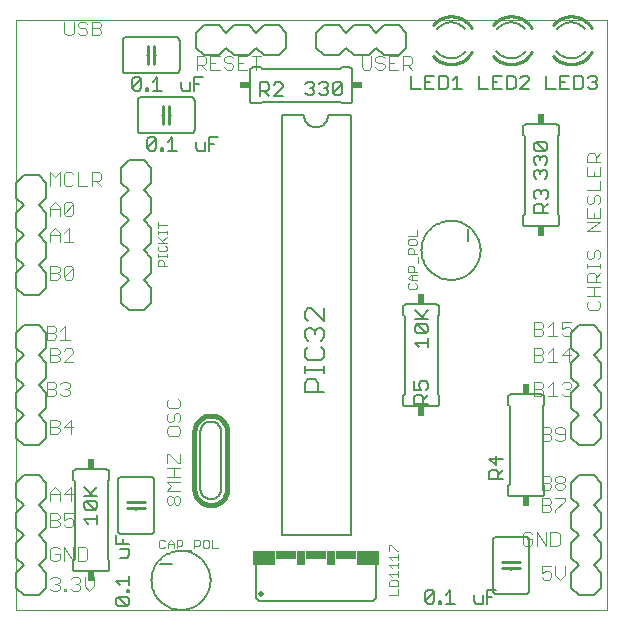
<source format=gto>
G75*
G70*
%OFA0B0*%
%FSLAX24Y24*%
%IPPOS*%
%LPD*%
%AMOC8*
5,1,8,0,0,1.08239X$1,22.5*
%
%ADD10C,0.0000*%
%ADD11C,0.0040*%
%ADD12C,0.0060*%
%ADD13C,0.0100*%
%ADD14C,0.0050*%
%ADD15R,0.0240X0.0340*%
%ADD16R,0.0340X0.0240*%
%ADD17C,0.0160*%
%ADD18C,0.0080*%
%ADD19C,0.0030*%
%ADD20C,0.0200*%
%ADD21R,0.0750X0.0500*%
%ADD22R,0.0700X0.0300*%
%ADD23R,0.0300X0.0500*%
D10*
X000615Y000181D02*
X000615Y019866D01*
X020300Y019866D01*
X020300Y000181D01*
X000615Y000181D01*
D11*
X001760Y000903D02*
X001836Y000826D01*
X001990Y000826D01*
X002067Y000903D01*
X002067Y000980D01*
X001990Y001057D01*
X001913Y001057D01*
X001990Y001057D02*
X002067Y001133D01*
X002067Y001210D01*
X001990Y001287D01*
X001836Y001287D01*
X001760Y001210D01*
X002220Y000903D02*
X002297Y000903D01*
X002297Y000826D01*
X002220Y000826D01*
X002220Y000903D01*
X002450Y000903D02*
X002527Y000826D01*
X002680Y000826D01*
X002757Y000903D01*
X002757Y000980D01*
X002680Y001057D01*
X002604Y001057D01*
X002680Y001057D02*
X002757Y001133D01*
X002757Y001210D01*
X002680Y001287D01*
X002527Y001287D01*
X002450Y001210D01*
X002911Y001287D02*
X002911Y000980D01*
X003064Y000826D01*
X003218Y000980D01*
X003218Y001287D01*
X002911Y001826D02*
X002681Y001826D01*
X002681Y002287D01*
X002911Y002287D01*
X002987Y002210D01*
X002987Y001903D01*
X002911Y001826D01*
X002527Y001826D02*
X002527Y002287D01*
X002220Y002287D02*
X002220Y001826D01*
X002067Y001903D02*
X002067Y002057D01*
X001913Y002057D01*
X001760Y002210D02*
X001760Y001903D01*
X001836Y001826D01*
X001990Y001826D01*
X002067Y001903D01*
X002067Y002210D02*
X001990Y002287D01*
X001836Y002287D01*
X001760Y002210D01*
X002220Y002287D02*
X002527Y001826D01*
X002450Y002951D02*
X002297Y002951D01*
X002220Y003028D01*
X002067Y003028D02*
X001990Y002951D01*
X001760Y002951D01*
X001760Y003412D01*
X001990Y003412D01*
X002067Y003335D01*
X002067Y003258D01*
X001990Y003182D01*
X001760Y003182D01*
X001990Y003182D02*
X002067Y003105D01*
X002067Y003028D01*
X002220Y003182D02*
X002374Y003258D01*
X002450Y003258D01*
X002527Y003182D01*
X002527Y003028D01*
X002450Y002951D01*
X002220Y003182D02*
X002220Y003412D01*
X002527Y003412D01*
X002450Y003826D02*
X002450Y004287D01*
X002220Y004057D01*
X002527Y004057D01*
X002067Y004057D02*
X001760Y004057D01*
X001760Y004133D02*
X001913Y004287D01*
X002067Y004133D01*
X002067Y003826D01*
X001760Y003826D02*
X001760Y004133D01*
X001760Y006076D02*
X001990Y006076D01*
X002067Y006153D01*
X002067Y006230D01*
X001990Y006307D01*
X001760Y006307D01*
X001760Y006537D02*
X001760Y006076D01*
X001990Y006307D02*
X002067Y006383D01*
X002067Y006460D01*
X001990Y006537D01*
X001760Y006537D01*
X002220Y006307D02*
X002527Y006307D01*
X002450Y006537D02*
X002450Y006076D01*
X002220Y006307D02*
X002450Y006537D01*
X002325Y007326D02*
X002172Y007326D01*
X002095Y007403D01*
X001942Y007403D02*
X001942Y007480D01*
X001865Y007557D01*
X001635Y007557D01*
X001635Y007787D02*
X001635Y007326D01*
X001865Y007326D01*
X001942Y007403D01*
X001865Y007557D02*
X001942Y007633D01*
X001942Y007710D01*
X001865Y007787D01*
X001635Y007787D01*
X002095Y007710D02*
X002172Y007787D01*
X002325Y007787D01*
X002402Y007710D01*
X002402Y007633D01*
X002325Y007557D01*
X002402Y007480D01*
X002402Y007403D01*
X002325Y007326D01*
X002325Y007557D02*
X002249Y007557D01*
X002220Y008451D02*
X002527Y008758D01*
X002527Y008835D01*
X002450Y008912D01*
X002297Y008912D01*
X002220Y008835D01*
X002067Y008835D02*
X002067Y008758D01*
X001990Y008682D01*
X001760Y008682D01*
X001760Y008912D02*
X001990Y008912D01*
X002067Y008835D01*
X001990Y008682D02*
X002067Y008605D01*
X002067Y008528D01*
X001990Y008451D01*
X001760Y008451D01*
X001760Y008912D01*
X001865Y009201D02*
X001635Y009201D01*
X001635Y009662D01*
X001865Y009662D01*
X001942Y009585D01*
X001942Y009508D01*
X001865Y009432D01*
X001635Y009432D01*
X001865Y009432D02*
X001942Y009355D01*
X001942Y009278D01*
X001865Y009201D01*
X002095Y009201D02*
X002402Y009201D01*
X002249Y009201D02*
X002249Y009662D01*
X002095Y009508D01*
X002220Y008451D02*
X002527Y008451D01*
X002450Y011201D02*
X002297Y011201D01*
X002220Y011278D01*
X002527Y011585D01*
X002527Y011278D01*
X002450Y011201D01*
X002220Y011278D02*
X002220Y011585D01*
X002297Y011662D01*
X002450Y011662D01*
X002527Y011585D01*
X002067Y011585D02*
X002067Y011508D01*
X001990Y011432D01*
X001760Y011432D01*
X001760Y011662D02*
X001760Y011201D01*
X001990Y011201D01*
X002067Y011278D01*
X002067Y011355D01*
X001990Y011432D01*
X002067Y011585D02*
X001990Y011662D01*
X001760Y011662D01*
X001760Y012451D02*
X001760Y012758D01*
X001913Y012912D01*
X002067Y012758D01*
X002067Y012451D01*
X002220Y012451D02*
X002527Y012451D01*
X002374Y012451D02*
X002374Y012912D01*
X002220Y012758D01*
X002067Y012682D02*
X001760Y012682D01*
X001760Y013326D02*
X001760Y013633D01*
X001913Y013787D01*
X002067Y013633D01*
X002067Y013326D01*
X002220Y013403D02*
X002527Y013710D01*
X002527Y013403D01*
X002450Y013326D01*
X002297Y013326D01*
X002220Y013403D01*
X002220Y013710D01*
X002297Y013787D01*
X002450Y013787D01*
X002527Y013710D01*
X002067Y013557D02*
X001760Y013557D01*
X001760Y014326D02*
X001760Y014787D01*
X001913Y014633D01*
X002067Y014787D01*
X002067Y014326D01*
X002220Y014403D02*
X002297Y014326D01*
X002450Y014326D01*
X002527Y014403D01*
X002681Y014326D02*
X002987Y014326D01*
X003141Y014326D02*
X003141Y014787D01*
X003371Y014787D01*
X003448Y014710D01*
X003448Y014557D01*
X003371Y014480D01*
X003141Y014480D01*
X003294Y014480D02*
X003448Y014326D01*
X002681Y014326D02*
X002681Y014787D01*
X002527Y014710D02*
X002450Y014787D01*
X002297Y014787D01*
X002220Y014710D01*
X002220Y014403D01*
X006635Y018201D02*
X006635Y018662D01*
X006865Y018662D01*
X006942Y018585D01*
X006942Y018432D01*
X006865Y018355D01*
X006635Y018355D01*
X006788Y018355D02*
X006942Y018201D01*
X007095Y018201D02*
X007402Y018201D01*
X007556Y018278D02*
X007632Y018201D01*
X007786Y018201D01*
X007862Y018278D01*
X007862Y018355D01*
X007786Y018432D01*
X007632Y018432D01*
X007556Y018508D01*
X007556Y018585D01*
X007632Y018662D01*
X007786Y018662D01*
X007862Y018585D01*
X008016Y018662D02*
X008016Y018201D01*
X008323Y018201D01*
X008169Y018432D02*
X008016Y018432D01*
X008016Y018662D02*
X008323Y018662D01*
X008476Y018662D02*
X008783Y018662D01*
X008630Y018662D02*
X008630Y018201D01*
X007402Y018662D02*
X007095Y018662D01*
X007095Y018201D01*
X007095Y018432D02*
X007249Y018432D01*
X003453Y019424D02*
X003376Y019347D01*
X003146Y019347D01*
X003146Y019807D01*
X003376Y019807D01*
X003453Y019731D01*
X003453Y019654D01*
X003376Y019577D01*
X003146Y019577D01*
X002993Y019501D02*
X002993Y019424D01*
X002916Y019347D01*
X002762Y019347D01*
X002686Y019424D01*
X002532Y019424D02*
X002532Y019807D01*
X002686Y019731D02*
X002686Y019654D01*
X002762Y019577D01*
X002916Y019577D01*
X002993Y019501D01*
X002993Y019731D02*
X002916Y019807D01*
X002762Y019807D01*
X002686Y019731D01*
X002532Y019424D02*
X002456Y019347D01*
X002302Y019347D01*
X002225Y019424D01*
X002225Y019807D01*
X003376Y019577D02*
X003453Y019501D01*
X003453Y019424D01*
X012135Y018662D02*
X012135Y018278D01*
X012211Y018201D01*
X012365Y018201D01*
X012442Y018278D01*
X012442Y018662D01*
X012595Y018585D02*
X012595Y018508D01*
X012672Y018432D01*
X012825Y018432D01*
X012902Y018355D01*
X012902Y018278D01*
X012825Y018201D01*
X012672Y018201D01*
X012595Y018278D01*
X012595Y018585D02*
X012672Y018662D01*
X012825Y018662D01*
X012902Y018585D01*
X013056Y018662D02*
X013056Y018201D01*
X013362Y018201D01*
X013516Y018201D02*
X013516Y018662D01*
X013746Y018662D01*
X013823Y018585D01*
X013823Y018432D01*
X013746Y018355D01*
X013516Y018355D01*
X013669Y018355D02*
X013823Y018201D01*
X013362Y018662D02*
X013056Y018662D01*
X013056Y018432D02*
X013209Y018432D01*
X019634Y015342D02*
X019634Y015112D01*
X020095Y015112D01*
X019941Y015112D02*
X019941Y015342D01*
X019865Y015419D01*
X019711Y015419D01*
X019634Y015342D01*
X019941Y015265D02*
X020095Y015419D01*
X020095Y014958D02*
X020095Y014651D01*
X019634Y014651D01*
X019634Y014958D01*
X019865Y014805D02*
X019865Y014651D01*
X020095Y014498D02*
X020095Y014191D01*
X019634Y014191D01*
X019711Y014038D02*
X019634Y013961D01*
X019634Y013807D01*
X019711Y013731D01*
X019788Y013731D01*
X019865Y013807D01*
X019865Y013961D01*
X019941Y014038D01*
X020018Y014038D01*
X020095Y013961D01*
X020095Y013807D01*
X020018Y013731D01*
X020095Y013577D02*
X020095Y013270D01*
X019634Y013270D01*
X019634Y013577D01*
X019865Y013424D02*
X019865Y013270D01*
X020095Y013117D02*
X019634Y013117D01*
X019634Y012810D02*
X020095Y013117D01*
X020095Y012810D02*
X019634Y012810D01*
X019711Y012196D02*
X019634Y012120D01*
X019634Y011966D01*
X019711Y011889D01*
X019788Y011889D01*
X019865Y011966D01*
X019865Y012120D01*
X019941Y012196D01*
X020018Y012196D01*
X020095Y012120D01*
X020095Y011966D01*
X020018Y011889D01*
X020095Y011736D02*
X020095Y011582D01*
X020095Y011659D02*
X019634Y011659D01*
X019634Y011582D02*
X019634Y011736D01*
X019711Y011429D02*
X019865Y011429D01*
X019941Y011352D01*
X019941Y011122D01*
X019941Y011276D02*
X020095Y011429D01*
X020095Y011122D02*
X019634Y011122D01*
X019634Y011352D01*
X019711Y011429D01*
X019634Y010969D02*
X020095Y010969D01*
X019865Y010969D02*
X019865Y010662D01*
X020018Y010508D02*
X020095Y010432D01*
X020095Y010278D01*
X020018Y010201D01*
X019711Y010201D01*
X019634Y010278D01*
X019634Y010432D01*
X019711Y010508D01*
X019634Y010662D02*
X020095Y010662D01*
X019112Y009787D02*
X018806Y009787D01*
X018806Y009557D01*
X018959Y009633D01*
X019036Y009633D01*
X019112Y009557D01*
X019112Y009403D01*
X019036Y009326D01*
X018882Y009326D01*
X018806Y009403D01*
X018652Y009326D02*
X018345Y009326D01*
X018499Y009326D02*
X018499Y009787D01*
X018345Y009633D01*
X018192Y009633D02*
X018115Y009557D01*
X017885Y009557D01*
X017885Y009787D02*
X017885Y009326D01*
X018115Y009326D01*
X018192Y009403D01*
X018192Y009480D01*
X018115Y009557D01*
X018192Y009633D02*
X018192Y009710D01*
X018115Y009787D01*
X017885Y009787D01*
X017885Y008912D02*
X018115Y008912D01*
X018192Y008835D01*
X018192Y008758D01*
X018115Y008682D01*
X017885Y008682D01*
X017885Y008912D02*
X017885Y008451D01*
X018115Y008451D01*
X018192Y008528D01*
X018192Y008605D01*
X018115Y008682D01*
X018345Y008758D02*
X018499Y008912D01*
X018499Y008451D01*
X018652Y008451D02*
X018345Y008451D01*
X018806Y008682D02*
X019112Y008682D01*
X019036Y008912D02*
X018806Y008682D01*
X019036Y008451D02*
X019036Y008912D01*
X019036Y007787D02*
X018882Y007787D01*
X018806Y007710D01*
X018959Y007557D02*
X019036Y007557D01*
X019112Y007480D01*
X019112Y007403D01*
X019036Y007326D01*
X018882Y007326D01*
X018806Y007403D01*
X018652Y007326D02*
X018345Y007326D01*
X018499Y007326D02*
X018499Y007787D01*
X018345Y007633D01*
X018192Y007633D02*
X018115Y007557D01*
X017885Y007557D01*
X017885Y007787D02*
X017885Y007326D01*
X018115Y007326D01*
X018192Y007403D01*
X018192Y007480D01*
X018115Y007557D01*
X018192Y007633D02*
X018192Y007710D01*
X018115Y007787D01*
X017885Y007787D01*
X019036Y007787D02*
X019112Y007710D01*
X019112Y007633D01*
X019036Y007557D01*
X018825Y006287D02*
X018672Y006287D01*
X018595Y006210D01*
X018595Y006133D01*
X018672Y006057D01*
X018902Y006057D01*
X018902Y006210D02*
X018825Y006287D01*
X018902Y006210D02*
X018902Y005903D01*
X018825Y005826D01*
X018672Y005826D01*
X018595Y005903D01*
X018442Y005903D02*
X018365Y005826D01*
X018135Y005826D01*
X018135Y006287D01*
X018365Y006287D01*
X018442Y006210D01*
X018442Y006133D01*
X018365Y006057D01*
X018135Y006057D01*
X018365Y006057D02*
X018442Y005980D01*
X018442Y005903D01*
X018365Y004662D02*
X018135Y004662D01*
X018135Y004201D01*
X018365Y004201D01*
X018442Y004278D01*
X018442Y004355D01*
X018365Y004432D01*
X018135Y004432D01*
X018365Y004432D02*
X018442Y004508D01*
X018442Y004585D01*
X018365Y004662D01*
X018595Y004585D02*
X018595Y004508D01*
X018672Y004432D01*
X018825Y004432D01*
X018902Y004355D01*
X018902Y004278D01*
X018825Y004201D01*
X018672Y004201D01*
X018595Y004278D01*
X018595Y004355D01*
X018672Y004432D01*
X018825Y004432D02*
X018902Y004508D01*
X018902Y004585D01*
X018825Y004662D01*
X018672Y004662D01*
X018595Y004585D01*
X018595Y003912D02*
X018902Y003912D01*
X018902Y003835D01*
X018595Y003528D01*
X018595Y003451D01*
X018442Y003528D02*
X018365Y003451D01*
X018135Y003451D01*
X018135Y003912D01*
X018365Y003912D01*
X018442Y003835D01*
X018442Y003758D01*
X018365Y003682D01*
X018135Y003682D01*
X018365Y003682D02*
X018442Y003605D01*
X018442Y003528D01*
X018431Y002787D02*
X018661Y002787D01*
X018737Y002710D01*
X018737Y002403D01*
X018661Y002326D01*
X018431Y002326D01*
X018431Y002787D01*
X018277Y002787D02*
X018277Y002326D01*
X017970Y002787D01*
X017970Y002326D01*
X017817Y002403D02*
X017817Y002557D01*
X017663Y002557D01*
X017510Y002710D02*
X017510Y002403D01*
X017586Y002326D01*
X017740Y002326D01*
X017817Y002403D01*
X017817Y002710D02*
X017740Y002787D01*
X017586Y002787D01*
X017510Y002710D01*
X018135Y001662D02*
X018135Y001432D01*
X018288Y001508D01*
X018365Y001508D01*
X018442Y001432D01*
X018442Y001278D01*
X018365Y001201D01*
X018211Y001201D01*
X018135Y001278D01*
X018135Y001662D02*
X018442Y001662D01*
X018595Y001662D02*
X018595Y001355D01*
X018749Y001201D01*
X018902Y001355D01*
X018902Y001662D01*
X006095Y003778D02*
X006018Y003701D01*
X005941Y003701D01*
X005865Y003778D01*
X005865Y003932D01*
X005941Y004008D01*
X006018Y004008D01*
X006095Y003932D01*
X006095Y003778D01*
X005865Y003778D02*
X005788Y003701D01*
X005711Y003701D01*
X005634Y003778D01*
X005634Y003932D01*
X005711Y004008D01*
X005788Y004008D01*
X005865Y003932D01*
X006095Y004162D02*
X005634Y004162D01*
X005788Y004315D01*
X005634Y004469D01*
X006095Y004469D01*
X006095Y004622D02*
X005634Y004622D01*
X005865Y004622D02*
X005865Y004929D01*
X006018Y005082D02*
X006095Y005082D01*
X006095Y005389D01*
X006018Y005082D02*
X005711Y005389D01*
X005634Y005389D01*
X005634Y005082D01*
X005634Y004929D02*
X006095Y004929D01*
X006018Y006003D02*
X005711Y006003D01*
X005634Y006080D01*
X005634Y006233D01*
X005711Y006310D01*
X006018Y006310D01*
X006095Y006233D01*
X006095Y006080D01*
X006018Y006003D01*
X006018Y006464D02*
X006095Y006540D01*
X006095Y006694D01*
X006018Y006770D01*
X005941Y006770D01*
X005865Y006694D01*
X005865Y006540D01*
X005788Y006464D01*
X005711Y006464D01*
X005634Y006540D01*
X005634Y006694D01*
X005711Y006770D01*
X005711Y006924D02*
X006018Y006924D01*
X006095Y007001D01*
X006095Y007154D01*
X006018Y007231D01*
X005711Y007231D02*
X005634Y007154D01*
X005634Y007001D01*
X005711Y006924D01*
D12*
X006759Y006125D02*
X006759Y004228D01*
X006761Y004192D01*
X006768Y004156D01*
X006777Y004121D01*
X006791Y004088D01*
X006808Y004056D01*
X006828Y004026D01*
X006851Y003998D01*
X006877Y003973D01*
X006906Y003950D01*
X006936Y003931D01*
X006969Y003915D01*
X007003Y003902D01*
X007038Y003894D01*
X007074Y003888D01*
X007110Y003887D01*
X007146Y003889D01*
X007182Y003896D01*
X007217Y003905D01*
X007250Y003919D01*
X007282Y003936D01*
X007312Y003956D01*
X007340Y003979D01*
X007365Y004005D01*
X007388Y004034D01*
X007407Y004064D01*
X007423Y004097D01*
X007436Y004131D01*
X007444Y004166D01*
X007450Y004202D01*
X007451Y004238D01*
X007451Y006135D01*
X007449Y006171D01*
X007442Y006207D01*
X007433Y006242D01*
X007419Y006275D01*
X007402Y006307D01*
X007382Y006337D01*
X007359Y006365D01*
X007333Y006390D01*
X007304Y006413D01*
X007274Y006432D01*
X007241Y006448D01*
X007207Y006461D01*
X007172Y006469D01*
X007136Y006475D01*
X007100Y006476D01*
X007064Y006474D01*
X007028Y006467D01*
X006993Y006458D01*
X006960Y006444D01*
X006928Y006427D01*
X006898Y006407D01*
X006870Y006384D01*
X006845Y006358D01*
X006822Y006329D01*
X006803Y006299D01*
X006787Y006266D01*
X006774Y006232D01*
X006766Y006197D01*
X006760Y006161D01*
X006759Y006125D01*
X005215Y004531D02*
X005215Y002831D01*
X005213Y002814D01*
X005209Y002797D01*
X005202Y002781D01*
X005192Y002767D01*
X005179Y002754D01*
X005165Y002744D01*
X005149Y002737D01*
X005132Y002733D01*
X005115Y002731D01*
X004115Y002731D01*
X004098Y002733D01*
X004081Y002737D01*
X004065Y002744D01*
X004051Y002754D01*
X004038Y002767D01*
X004028Y002781D01*
X004021Y002797D01*
X004017Y002814D01*
X004015Y002831D01*
X004015Y004531D01*
X004017Y004548D01*
X004021Y004565D01*
X004028Y004581D01*
X004038Y004595D01*
X004051Y004608D01*
X004065Y004618D01*
X004081Y004625D01*
X004098Y004629D01*
X004115Y004631D01*
X005115Y004631D01*
X005132Y004629D01*
X005149Y004625D01*
X005165Y004618D01*
X005179Y004608D01*
X005192Y004595D01*
X005202Y004581D01*
X005209Y004565D01*
X005213Y004548D01*
X005215Y004531D01*
X004615Y003831D02*
X004615Y003781D01*
X004615Y003581D02*
X004615Y003531D01*
X003665Y004481D02*
X003665Y001881D01*
X003715Y001831D01*
X003715Y001581D01*
X003713Y001564D01*
X003709Y001547D01*
X003702Y001531D01*
X003692Y001517D01*
X003679Y001504D01*
X003665Y001494D01*
X003649Y001487D01*
X003632Y001483D01*
X003615Y001481D01*
X002615Y001481D01*
X002598Y001483D01*
X002581Y001487D01*
X002565Y001494D01*
X002551Y001504D01*
X002538Y001517D01*
X002528Y001531D01*
X002521Y001547D01*
X002517Y001564D01*
X002515Y001581D01*
X002515Y001831D01*
X002565Y001881D01*
X002565Y004481D01*
X002515Y004531D01*
X002515Y004781D01*
X002517Y004798D01*
X002521Y004815D01*
X002528Y004831D01*
X002538Y004845D01*
X002551Y004858D01*
X002565Y004868D01*
X002581Y004875D01*
X002598Y004879D01*
X002615Y004881D01*
X003615Y004881D01*
X003632Y004879D01*
X003649Y004875D01*
X003665Y004868D01*
X003679Y004858D01*
X003692Y004845D01*
X003702Y004831D01*
X003709Y004815D01*
X003713Y004798D01*
X003715Y004781D01*
X003715Y004531D01*
X003665Y004481D01*
X008615Y001731D02*
X008615Y000581D01*
X008715Y000481D01*
X012515Y000481D01*
X012615Y000581D01*
X012615Y001731D01*
X011765Y002681D02*
X009465Y002681D01*
X009465Y016681D01*
X010215Y016681D01*
X010217Y016642D01*
X010223Y016603D01*
X010232Y016565D01*
X010245Y016528D01*
X010262Y016492D01*
X010282Y016459D01*
X010306Y016427D01*
X010332Y016398D01*
X010361Y016372D01*
X010393Y016348D01*
X010426Y016328D01*
X010462Y016311D01*
X010499Y016298D01*
X010537Y016289D01*
X010576Y016283D01*
X010615Y016281D01*
X010654Y016283D01*
X010693Y016289D01*
X010731Y016298D01*
X010768Y016311D01*
X010804Y016328D01*
X010837Y016348D01*
X010869Y016372D01*
X010898Y016398D01*
X010924Y016427D01*
X010948Y016459D01*
X010968Y016492D01*
X010985Y016528D01*
X010998Y016565D01*
X011007Y016603D01*
X011013Y016642D01*
X011015Y016681D01*
X011765Y016681D01*
X011765Y002681D01*
X013615Y006981D02*
X014615Y006981D01*
X014632Y006983D01*
X014649Y006987D01*
X014665Y006994D01*
X014679Y007004D01*
X014692Y007017D01*
X014702Y007031D01*
X014709Y007047D01*
X014713Y007064D01*
X014715Y007081D01*
X014715Y007331D01*
X014665Y007381D01*
X014665Y009981D01*
X014715Y010031D01*
X014715Y010281D01*
X014713Y010298D01*
X014709Y010315D01*
X014702Y010331D01*
X014692Y010345D01*
X014679Y010358D01*
X014665Y010368D01*
X014649Y010375D01*
X014632Y010379D01*
X014615Y010381D01*
X013615Y010381D01*
X013598Y010379D01*
X013581Y010375D01*
X013565Y010368D01*
X013551Y010358D01*
X013538Y010345D01*
X013528Y010331D01*
X013521Y010315D01*
X013517Y010298D01*
X013515Y010281D01*
X013515Y010031D01*
X013565Y009981D01*
X013565Y007381D01*
X013515Y007331D01*
X013515Y007081D01*
X013517Y007064D01*
X013521Y007047D01*
X013528Y007031D01*
X013538Y007017D01*
X013551Y007004D01*
X013565Y006994D01*
X013581Y006987D01*
X013598Y006983D01*
X013615Y006981D01*
X010885Y007454D02*
X010244Y007454D01*
X010244Y007774D01*
X010351Y007881D01*
X010565Y007881D01*
X010671Y007774D01*
X010671Y007454D01*
X010885Y008098D02*
X010885Y008312D01*
X010885Y008205D02*
X010244Y008205D01*
X010244Y008098D02*
X010244Y008312D01*
X010351Y008528D02*
X010778Y008528D01*
X010885Y008634D01*
X010885Y008848D01*
X010778Y008955D01*
X010778Y009172D02*
X010885Y009279D01*
X010885Y009493D01*
X010778Y009599D01*
X010671Y009599D01*
X010565Y009493D01*
X010565Y009386D01*
X010565Y009493D02*
X010458Y009599D01*
X010351Y009599D01*
X010244Y009493D01*
X010244Y009279D01*
X010351Y009172D01*
X010351Y008955D02*
X010244Y008848D01*
X010244Y008634D01*
X010351Y008528D01*
X010351Y009817D02*
X010244Y009924D01*
X010244Y010137D01*
X010351Y010244D01*
X010458Y010244D01*
X010885Y009817D01*
X010885Y010244D01*
X006465Y016081D02*
X004765Y016081D01*
X004748Y016083D01*
X004731Y016087D01*
X004715Y016094D01*
X004701Y016104D01*
X004688Y016117D01*
X004678Y016131D01*
X004671Y016147D01*
X004667Y016164D01*
X004665Y016181D01*
X004665Y017181D01*
X004667Y017198D01*
X004671Y017215D01*
X004678Y017231D01*
X004688Y017245D01*
X004701Y017258D01*
X004715Y017268D01*
X004731Y017275D01*
X004748Y017279D01*
X004765Y017281D01*
X006465Y017281D01*
X006482Y017279D01*
X006499Y017275D01*
X006515Y017268D01*
X006529Y017258D01*
X006542Y017245D01*
X006552Y017231D01*
X006559Y017215D01*
X006563Y017198D01*
X006565Y017181D01*
X006565Y016181D01*
X006563Y016164D01*
X006559Y016147D01*
X006552Y016131D01*
X006542Y016117D01*
X006529Y016104D01*
X006515Y016094D01*
X006499Y016087D01*
X006482Y016083D01*
X006465Y016081D01*
X005765Y016681D02*
X005715Y016681D01*
X005515Y016681D02*
X005465Y016681D01*
X005965Y018081D02*
X004265Y018081D01*
X004248Y018083D01*
X004231Y018087D01*
X004215Y018094D01*
X004201Y018104D01*
X004188Y018117D01*
X004178Y018131D01*
X004171Y018147D01*
X004167Y018164D01*
X004165Y018181D01*
X004165Y019181D01*
X004167Y019198D01*
X004171Y019215D01*
X004178Y019231D01*
X004188Y019245D01*
X004201Y019258D01*
X004215Y019268D01*
X004231Y019275D01*
X004248Y019279D01*
X004265Y019281D01*
X005965Y019281D01*
X005982Y019279D01*
X005999Y019275D01*
X006015Y019268D01*
X006029Y019258D01*
X006042Y019245D01*
X006052Y019231D01*
X006059Y019215D01*
X006063Y019198D01*
X006065Y019181D01*
X006065Y018181D01*
X006063Y018164D01*
X006059Y018147D01*
X006052Y018131D01*
X006042Y018117D01*
X006029Y018104D01*
X006015Y018094D01*
X005999Y018087D01*
X005982Y018083D01*
X005965Y018081D01*
X005265Y018681D02*
X005215Y018681D01*
X005015Y018681D02*
X004965Y018681D01*
X008415Y018181D02*
X008415Y017181D01*
X008417Y017164D01*
X008421Y017147D01*
X008428Y017131D01*
X008438Y017117D01*
X008451Y017104D01*
X008465Y017094D01*
X008481Y017087D01*
X008498Y017083D01*
X008515Y017081D01*
X008765Y017081D01*
X008815Y017131D01*
X011415Y017131D01*
X011465Y017081D01*
X011715Y017081D01*
X011732Y017083D01*
X011749Y017087D01*
X011765Y017094D01*
X011779Y017104D01*
X011792Y017117D01*
X011802Y017131D01*
X011809Y017147D01*
X011813Y017164D01*
X011815Y017181D01*
X011815Y018181D01*
X011813Y018198D01*
X011809Y018215D01*
X011802Y018231D01*
X011792Y018245D01*
X011779Y018258D01*
X011765Y018268D01*
X011749Y018275D01*
X011732Y018279D01*
X011715Y018281D01*
X011465Y018281D01*
X011415Y018231D01*
X008815Y018231D01*
X008765Y018281D01*
X008515Y018281D01*
X008498Y018279D01*
X008481Y018275D01*
X008465Y018268D01*
X008451Y018258D01*
X008438Y018245D01*
X008428Y018231D01*
X008421Y018215D01*
X008417Y018198D01*
X008415Y018181D01*
X015115Y019781D02*
X015160Y019779D01*
X015206Y019774D01*
X015250Y019766D01*
X015294Y019754D01*
X015337Y019738D01*
X015379Y019720D01*
X015419Y019698D01*
X015457Y019674D01*
X015493Y019647D01*
X015528Y019617D01*
X015559Y019584D01*
X015589Y019549D01*
X015115Y019781D02*
X015070Y019779D01*
X015024Y019774D01*
X014980Y019766D01*
X014936Y019754D01*
X014893Y019738D01*
X014851Y019720D01*
X014811Y019698D01*
X014773Y019674D01*
X014737Y019647D01*
X014702Y019617D01*
X014671Y019584D01*
X014641Y019549D01*
X015115Y018581D02*
X015161Y018583D01*
X015207Y018588D01*
X015253Y018597D01*
X015298Y018609D01*
X015341Y018625D01*
X015383Y018644D01*
X015424Y018667D01*
X015463Y018692D01*
X015499Y018720D01*
X015534Y018751D01*
X015566Y018785D01*
X015595Y018821D01*
X015115Y018581D02*
X015068Y018583D01*
X015020Y018589D01*
X014974Y018598D01*
X014928Y018611D01*
X014884Y018627D01*
X014840Y018647D01*
X014799Y018671D01*
X014760Y018697D01*
X014723Y018727D01*
X014688Y018760D01*
X014656Y018795D01*
X014627Y018832D01*
X017115Y019781D02*
X017160Y019779D01*
X017206Y019774D01*
X017250Y019766D01*
X017294Y019754D01*
X017337Y019738D01*
X017379Y019720D01*
X017419Y019698D01*
X017457Y019674D01*
X017493Y019647D01*
X017528Y019617D01*
X017559Y019584D01*
X017589Y019549D01*
X017115Y019781D02*
X017070Y019779D01*
X017024Y019774D01*
X016980Y019766D01*
X016936Y019754D01*
X016893Y019738D01*
X016851Y019720D01*
X016811Y019698D01*
X016773Y019674D01*
X016737Y019647D01*
X016702Y019617D01*
X016671Y019584D01*
X016641Y019549D01*
X017115Y018581D02*
X017161Y018583D01*
X017207Y018588D01*
X017253Y018597D01*
X017298Y018609D01*
X017341Y018625D01*
X017383Y018644D01*
X017424Y018667D01*
X017463Y018692D01*
X017499Y018720D01*
X017534Y018751D01*
X017566Y018785D01*
X017595Y018821D01*
X017115Y018581D02*
X017068Y018583D01*
X017020Y018589D01*
X016974Y018598D01*
X016928Y018611D01*
X016884Y018627D01*
X016840Y018647D01*
X016799Y018671D01*
X016760Y018697D01*
X016723Y018727D01*
X016688Y018760D01*
X016656Y018795D01*
X016627Y018832D01*
X019115Y019781D02*
X019160Y019779D01*
X019206Y019774D01*
X019250Y019766D01*
X019294Y019754D01*
X019337Y019738D01*
X019379Y019720D01*
X019419Y019698D01*
X019457Y019674D01*
X019493Y019647D01*
X019528Y019617D01*
X019559Y019584D01*
X019589Y019549D01*
X019115Y019781D02*
X019070Y019779D01*
X019024Y019774D01*
X018980Y019766D01*
X018936Y019754D01*
X018893Y019738D01*
X018851Y019720D01*
X018811Y019698D01*
X018773Y019674D01*
X018737Y019647D01*
X018702Y019617D01*
X018671Y019584D01*
X018641Y019549D01*
X019115Y018581D02*
X019161Y018583D01*
X019207Y018588D01*
X019253Y018597D01*
X019298Y018609D01*
X019341Y018625D01*
X019383Y018644D01*
X019424Y018667D01*
X019463Y018692D01*
X019499Y018720D01*
X019534Y018751D01*
X019566Y018785D01*
X019595Y018821D01*
X019115Y018581D02*
X019068Y018583D01*
X019020Y018589D01*
X018974Y018598D01*
X018928Y018611D01*
X018884Y018627D01*
X018840Y018647D01*
X018799Y018671D01*
X018760Y018697D01*
X018723Y018727D01*
X018688Y018760D01*
X018656Y018795D01*
X018627Y018832D01*
X018615Y016381D02*
X017615Y016381D01*
X017598Y016379D01*
X017581Y016375D01*
X017565Y016368D01*
X017551Y016358D01*
X017538Y016345D01*
X017528Y016331D01*
X017521Y016315D01*
X017517Y016298D01*
X017515Y016281D01*
X017515Y016031D01*
X017565Y015981D01*
X017565Y013381D01*
X017515Y013331D01*
X017515Y013081D01*
X017517Y013064D01*
X017521Y013047D01*
X017528Y013031D01*
X017538Y013017D01*
X017551Y013004D01*
X017565Y012994D01*
X017581Y012987D01*
X017598Y012983D01*
X017615Y012981D01*
X018615Y012981D01*
X018632Y012983D01*
X018649Y012987D01*
X018665Y012994D01*
X018679Y013004D01*
X018692Y013017D01*
X018702Y013031D01*
X018709Y013047D01*
X018713Y013064D01*
X018715Y013081D01*
X018715Y013331D01*
X018665Y013381D01*
X018665Y015981D01*
X018715Y016031D01*
X018715Y016281D01*
X018713Y016298D01*
X018709Y016315D01*
X018702Y016331D01*
X018692Y016345D01*
X018679Y016358D01*
X018665Y016368D01*
X018649Y016375D01*
X018632Y016379D01*
X018615Y016381D01*
X018115Y007381D02*
X017115Y007381D01*
X017098Y007379D01*
X017081Y007375D01*
X017065Y007368D01*
X017051Y007358D01*
X017038Y007345D01*
X017028Y007331D01*
X017021Y007315D01*
X017017Y007298D01*
X017015Y007281D01*
X017015Y007031D01*
X017065Y006981D01*
X017065Y004381D01*
X017015Y004331D01*
X017015Y004081D01*
X017017Y004064D01*
X017021Y004047D01*
X017028Y004031D01*
X017038Y004017D01*
X017051Y004004D01*
X017065Y003994D01*
X017081Y003987D01*
X017098Y003983D01*
X017115Y003981D01*
X018115Y003981D01*
X018132Y003983D01*
X018149Y003987D01*
X018165Y003994D01*
X018179Y004004D01*
X018192Y004017D01*
X018202Y004031D01*
X018209Y004047D01*
X018213Y004064D01*
X018215Y004081D01*
X018215Y004331D01*
X018165Y004381D01*
X018165Y006981D01*
X018215Y007031D01*
X018215Y007281D01*
X018213Y007298D01*
X018209Y007315D01*
X018202Y007331D01*
X018192Y007345D01*
X018179Y007358D01*
X018165Y007368D01*
X018149Y007375D01*
X018132Y007379D01*
X018115Y007381D01*
X017615Y002631D02*
X016615Y002631D01*
X016598Y002629D01*
X016581Y002625D01*
X016565Y002618D01*
X016551Y002608D01*
X016538Y002595D01*
X016528Y002581D01*
X016521Y002565D01*
X016517Y002548D01*
X016515Y002531D01*
X016515Y000831D01*
X016517Y000814D01*
X016521Y000797D01*
X016528Y000781D01*
X016538Y000767D01*
X016551Y000754D01*
X016565Y000744D01*
X016581Y000737D01*
X016598Y000733D01*
X016615Y000731D01*
X017615Y000731D01*
X017632Y000733D01*
X017649Y000737D01*
X017665Y000744D01*
X017679Y000754D01*
X017692Y000767D01*
X017702Y000781D01*
X017709Y000797D01*
X017713Y000814D01*
X017715Y000831D01*
X017715Y002531D01*
X017713Y002548D01*
X017709Y002565D01*
X017702Y002581D01*
X017692Y002595D01*
X017679Y002608D01*
X017665Y002618D01*
X017649Y002625D01*
X017632Y002629D01*
X017615Y002631D01*
X017115Y001831D02*
X017115Y001781D01*
X017115Y001581D02*
X017115Y001531D01*
D13*
X017115Y001581D02*
X017415Y001581D01*
X017415Y001781D02*
X017115Y001781D01*
X016815Y001781D01*
X016815Y001581D02*
X017115Y001581D01*
X004915Y003581D02*
X004615Y003581D01*
X004315Y003581D01*
X004315Y003781D02*
X004615Y003781D01*
X004915Y003781D01*
X005515Y016381D02*
X005515Y016681D01*
X005515Y016981D01*
X005715Y016981D02*
X005715Y016681D01*
X005715Y016381D01*
X005215Y018381D02*
X005215Y018681D01*
X005215Y018981D01*
X005015Y018981D02*
X005015Y018681D01*
X005015Y018381D01*
X015115Y018381D02*
X015169Y018383D01*
X015223Y018388D01*
X015276Y018397D01*
X015329Y018410D01*
X015380Y018426D01*
X015430Y018446D01*
X015479Y018469D01*
X015527Y018495D01*
X015572Y018524D01*
X015615Y018557D01*
X015656Y018592D01*
X015695Y018630D01*
X015731Y018670D01*
X015764Y018713D01*
X015794Y018758D01*
X015821Y018805D01*
X015810Y019578D02*
X015780Y019626D01*
X015747Y019671D01*
X015711Y019714D01*
X015673Y019755D01*
X015631Y019792D01*
X015587Y019827D01*
X015541Y019858D01*
X015492Y019887D01*
X015442Y019911D01*
X015390Y019932D01*
X015336Y019950D01*
X015282Y019963D01*
X015227Y019973D01*
X015171Y019979D01*
X015115Y019981D01*
X015062Y019979D01*
X015008Y019974D01*
X014956Y019965D01*
X014904Y019953D01*
X014853Y019937D01*
X014803Y019918D01*
X014754Y019895D01*
X014707Y019869D01*
X014662Y019841D01*
X014619Y019809D01*
X014579Y019775D01*
X014540Y019737D01*
X014504Y019698D01*
X014500Y018669D02*
X014536Y018629D01*
X014575Y018591D01*
X014616Y018556D01*
X014659Y018524D01*
X014704Y018494D01*
X014751Y018468D01*
X014800Y018446D01*
X014851Y018426D01*
X014902Y018410D01*
X014954Y018397D01*
X015008Y018388D01*
X015061Y018383D01*
X015115Y018381D01*
X017115Y018381D02*
X017169Y018383D01*
X017223Y018388D01*
X017276Y018397D01*
X017329Y018410D01*
X017380Y018426D01*
X017430Y018446D01*
X017479Y018469D01*
X017527Y018495D01*
X017572Y018524D01*
X017615Y018557D01*
X017656Y018592D01*
X017695Y018630D01*
X017731Y018670D01*
X017764Y018713D01*
X017794Y018758D01*
X017821Y018805D01*
X017810Y019578D02*
X017780Y019626D01*
X017747Y019671D01*
X017711Y019714D01*
X017673Y019755D01*
X017631Y019792D01*
X017587Y019827D01*
X017541Y019858D01*
X017492Y019887D01*
X017442Y019911D01*
X017390Y019932D01*
X017336Y019950D01*
X017282Y019963D01*
X017227Y019973D01*
X017171Y019979D01*
X017115Y019981D01*
X017062Y019979D01*
X017008Y019974D01*
X016956Y019965D01*
X016904Y019953D01*
X016853Y019937D01*
X016803Y019918D01*
X016754Y019895D01*
X016707Y019869D01*
X016662Y019841D01*
X016619Y019809D01*
X016579Y019775D01*
X016540Y019737D01*
X016504Y019698D01*
X016500Y018669D02*
X016536Y018629D01*
X016575Y018591D01*
X016616Y018556D01*
X016659Y018524D01*
X016704Y018494D01*
X016751Y018468D01*
X016800Y018446D01*
X016851Y018426D01*
X016902Y018410D01*
X016954Y018397D01*
X017008Y018388D01*
X017061Y018383D01*
X017115Y018381D01*
X019115Y018381D02*
X019169Y018383D01*
X019223Y018388D01*
X019276Y018397D01*
X019329Y018410D01*
X019380Y018426D01*
X019430Y018446D01*
X019479Y018469D01*
X019527Y018495D01*
X019572Y018524D01*
X019615Y018557D01*
X019656Y018592D01*
X019695Y018630D01*
X019731Y018670D01*
X019764Y018713D01*
X019794Y018758D01*
X019821Y018805D01*
X019810Y019578D02*
X019780Y019626D01*
X019747Y019671D01*
X019711Y019714D01*
X019673Y019755D01*
X019631Y019792D01*
X019587Y019827D01*
X019541Y019858D01*
X019492Y019887D01*
X019442Y019911D01*
X019390Y019932D01*
X019336Y019950D01*
X019282Y019963D01*
X019227Y019973D01*
X019171Y019979D01*
X019115Y019981D01*
X019062Y019979D01*
X019008Y019974D01*
X018956Y019965D01*
X018904Y019953D01*
X018853Y019937D01*
X018803Y019918D01*
X018754Y019895D01*
X018707Y019869D01*
X018662Y019841D01*
X018619Y019809D01*
X018579Y019775D01*
X018540Y019737D01*
X018504Y019698D01*
X018500Y018669D02*
X018536Y018629D01*
X018575Y018591D01*
X018616Y018556D01*
X018659Y018524D01*
X018704Y018494D01*
X018751Y018468D01*
X018800Y018446D01*
X018851Y018426D01*
X018902Y018410D01*
X018954Y018397D01*
X019008Y018388D01*
X019061Y018383D01*
X019115Y018381D01*
D14*
X019059Y018007D02*
X018759Y018007D01*
X018759Y017556D01*
X019059Y017556D01*
X019219Y017556D02*
X019444Y017556D01*
X019519Y017631D01*
X019519Y017932D01*
X019444Y018007D01*
X019219Y018007D01*
X019219Y017556D01*
X018909Y017782D02*
X018759Y017782D01*
X018599Y017556D02*
X018298Y017556D01*
X018298Y018007D01*
X017730Y017932D02*
X017730Y017857D01*
X017429Y017556D01*
X017730Y017556D01*
X017730Y017932D02*
X017654Y018007D01*
X017504Y018007D01*
X017429Y017932D01*
X017269Y017932D02*
X017194Y018007D01*
X016969Y018007D01*
X016969Y017556D01*
X017194Y017556D01*
X017269Y017631D01*
X017269Y017932D01*
X016809Y018007D02*
X016509Y018007D01*
X016509Y017556D01*
X016809Y017556D01*
X016659Y017782D02*
X016509Y017782D01*
X016349Y017556D02*
X016048Y017556D01*
X016048Y018007D01*
X015329Y018007D02*
X015329Y017556D01*
X015179Y017556D02*
X015480Y017556D01*
X015179Y017857D02*
X015329Y018007D01*
X015019Y017932D02*
X015019Y017631D01*
X014944Y017556D01*
X014719Y017556D01*
X014719Y018007D01*
X014944Y018007D01*
X015019Y017932D01*
X014559Y018007D02*
X014259Y018007D01*
X014259Y017556D01*
X014559Y017556D01*
X014409Y017782D02*
X014259Y017782D01*
X014099Y017556D02*
X013798Y017556D01*
X013798Y018007D01*
X011480Y017727D02*
X011480Y017426D01*
X011405Y017351D01*
X011254Y017351D01*
X011179Y017426D01*
X011480Y017727D01*
X011405Y017802D01*
X011254Y017802D01*
X011179Y017727D01*
X011179Y017426D01*
X011019Y017426D02*
X010944Y017351D01*
X010794Y017351D01*
X010719Y017426D01*
X010559Y017426D02*
X010484Y017351D01*
X010334Y017351D01*
X010259Y017426D01*
X010409Y017577D02*
X010484Y017577D01*
X010559Y017502D01*
X010559Y017426D01*
X010484Y017577D02*
X010559Y017652D01*
X010559Y017727D01*
X010484Y017802D01*
X010334Y017802D01*
X010259Y017727D01*
X010719Y017727D02*
X010794Y017802D01*
X010944Y017802D01*
X011019Y017727D01*
X011019Y017652D01*
X010944Y017577D01*
X011019Y017502D01*
X011019Y017426D01*
X010944Y017577D02*
X010869Y017577D01*
X009505Y017632D02*
X009505Y017707D01*
X009430Y017782D01*
X009279Y017782D01*
X009204Y017707D01*
X009044Y017707D02*
X009044Y017557D01*
X008969Y017482D01*
X008744Y017482D01*
X008894Y017482D02*
X009044Y017331D01*
X009204Y017331D02*
X009505Y017632D01*
X009505Y017331D02*
X009204Y017331D01*
X009044Y017707D02*
X008969Y017782D01*
X008744Y017782D01*
X008744Y017331D01*
X007362Y015957D02*
X007061Y015957D01*
X007061Y015506D01*
X006901Y015506D02*
X006901Y015807D01*
X007061Y015732D02*
X007211Y015732D01*
X006901Y015506D02*
X006676Y015506D01*
X006601Y015581D01*
X006601Y015807D01*
X005981Y015506D02*
X005680Y015506D01*
X005830Y015506D02*
X005830Y015957D01*
X005680Y015807D01*
X005525Y015581D02*
X005450Y015581D01*
X005450Y015506D01*
X005525Y015506D01*
X005525Y015581D01*
X005290Y015581D02*
X005215Y015506D01*
X005065Y015506D01*
X004990Y015581D01*
X005290Y015882D01*
X005290Y015581D01*
X004990Y015581D02*
X004990Y015882D01*
X005065Y015957D01*
X005215Y015957D01*
X005290Y015882D01*
X005330Y017506D02*
X005330Y017957D01*
X005180Y017807D01*
X005025Y017581D02*
X005025Y017506D01*
X004950Y017506D01*
X004950Y017581D01*
X005025Y017581D01*
X005180Y017506D02*
X005481Y017506D01*
X006101Y017581D02*
X006176Y017506D01*
X006401Y017506D01*
X006401Y017807D01*
X006561Y017732D02*
X006711Y017732D01*
X006561Y017957D02*
X006862Y017957D01*
X006561Y017957D02*
X006561Y017506D01*
X006101Y017581D02*
X006101Y017807D01*
X004790Y017882D02*
X004790Y017581D01*
X004715Y017506D01*
X004565Y017506D01*
X004490Y017581D01*
X004790Y017882D01*
X004715Y017957D01*
X004565Y017957D01*
X004490Y017882D01*
X004490Y017581D01*
X013909Y010177D02*
X014210Y009877D01*
X014135Y009952D02*
X014360Y010177D01*
X014360Y009877D02*
X013909Y009877D01*
X013984Y009717D02*
X014285Y009417D01*
X014360Y009492D01*
X014360Y009642D01*
X014285Y009717D01*
X013984Y009717D01*
X013909Y009642D01*
X013909Y009492D01*
X013984Y009417D01*
X014285Y009417D01*
X014360Y009257D02*
X014360Y008956D01*
X014360Y009107D02*
X013909Y009107D01*
X014060Y008956D01*
X014115Y007817D02*
X014040Y007742D01*
X014040Y007667D01*
X014115Y007517D01*
X013889Y007517D01*
X013889Y007817D01*
X014115Y007817D02*
X014265Y007817D01*
X014340Y007742D01*
X014340Y007592D01*
X014265Y007517D01*
X014340Y007357D02*
X014190Y007207D01*
X014190Y007282D02*
X014190Y007056D01*
X014340Y007056D02*
X013889Y007056D01*
X013889Y007282D01*
X013964Y007357D01*
X014115Y007357D01*
X014190Y007282D01*
X016389Y005242D02*
X016615Y005017D01*
X016615Y005317D01*
X016840Y005242D02*
X016389Y005242D01*
X016464Y004857D02*
X016615Y004857D01*
X016690Y004782D01*
X016690Y004556D01*
X016840Y004556D02*
X016389Y004556D01*
X016389Y004782D01*
X016464Y004857D01*
X016690Y004707D02*
X016840Y004857D01*
X016629Y000857D02*
X016329Y000857D01*
X016329Y000406D01*
X016169Y000406D02*
X016169Y000707D01*
X016329Y000632D02*
X016479Y000632D01*
X016169Y000406D02*
X015944Y000406D01*
X015869Y000481D01*
X015869Y000707D01*
X015248Y000406D02*
X014948Y000406D01*
X015098Y000406D02*
X015098Y000857D01*
X014948Y000707D01*
X014793Y000481D02*
X014793Y000406D01*
X014718Y000406D01*
X014718Y000481D01*
X014793Y000481D01*
X014558Y000481D02*
X014558Y000782D01*
X014258Y000481D01*
X014333Y000406D01*
X014483Y000406D01*
X014558Y000481D01*
X014558Y000782D02*
X014483Y000857D01*
X014333Y000857D01*
X014258Y000782D01*
X014258Y000481D01*
X004390Y000549D02*
X004390Y000399D01*
X004315Y000324D01*
X004014Y000625D01*
X004315Y000625D01*
X004390Y000549D01*
X004390Y000785D02*
X004390Y000860D01*
X004315Y000860D01*
X004315Y000785D01*
X004390Y000785D01*
X004390Y001015D02*
X004390Y001315D01*
X004390Y001165D02*
X003939Y001165D01*
X004090Y001015D01*
X004014Y000625D02*
X003939Y000549D01*
X003939Y000399D01*
X004014Y000324D01*
X004315Y000324D01*
X004315Y001936D02*
X004090Y001936D01*
X004315Y001936D02*
X004390Y002011D01*
X004390Y002236D01*
X004090Y002236D01*
X004165Y002396D02*
X004165Y002546D01*
X004390Y002396D02*
X003939Y002396D01*
X003939Y002696D01*
X003320Y003075D02*
X003320Y003376D01*
X003320Y003225D02*
X002869Y003225D01*
X003020Y003075D01*
X002944Y003536D02*
X002869Y003611D01*
X002869Y003761D01*
X002944Y003836D01*
X003245Y003536D01*
X003320Y003611D01*
X003320Y003761D01*
X003245Y003836D01*
X002944Y003836D01*
X002869Y003996D02*
X003320Y003996D01*
X003170Y003996D02*
X002869Y004296D01*
X003095Y004071D02*
X003320Y004296D01*
X003245Y003536D02*
X002944Y003536D01*
X017889Y013436D02*
X017889Y013661D01*
X017964Y013736D01*
X018115Y013736D01*
X018190Y013661D01*
X018190Y013436D01*
X018340Y013436D02*
X017889Y013436D01*
X018190Y013586D02*
X018340Y013736D01*
X018265Y013896D02*
X018340Y013971D01*
X018340Y014121D01*
X018265Y014196D01*
X018190Y014196D01*
X018115Y014121D01*
X018115Y014046D01*
X018115Y014121D02*
X018040Y014196D01*
X017964Y014196D01*
X017889Y014121D01*
X017889Y013971D01*
X017964Y013896D01*
X017944Y014575D02*
X017869Y014650D01*
X017869Y014800D01*
X017944Y014876D01*
X018020Y014876D01*
X018095Y014800D01*
X018170Y014876D01*
X018245Y014876D01*
X018320Y014800D01*
X018320Y014650D01*
X018245Y014575D01*
X018095Y014725D02*
X018095Y014800D01*
X018245Y015036D02*
X018320Y015111D01*
X018320Y015261D01*
X018245Y015336D01*
X018170Y015336D01*
X018095Y015261D01*
X018095Y015186D01*
X018095Y015261D02*
X018020Y015336D01*
X017944Y015336D01*
X017869Y015261D01*
X017869Y015111D01*
X017944Y015036D01*
X017944Y015496D02*
X017869Y015571D01*
X017869Y015721D01*
X017944Y015796D01*
X018245Y015496D01*
X018320Y015571D01*
X018320Y015721D01*
X018245Y015796D01*
X017944Y015796D01*
X017944Y015496D02*
X018245Y015496D01*
X019754Y017556D02*
X019679Y017631D01*
X019754Y017556D02*
X019904Y017556D01*
X019980Y017631D01*
X019980Y017707D01*
X019904Y017782D01*
X019829Y017782D01*
X019904Y017782D02*
X019980Y017857D01*
X019980Y017932D01*
X019904Y018007D01*
X019754Y018007D01*
X019679Y017932D01*
D15*
X018115Y016551D03*
X018115Y012811D03*
X014115Y010551D03*
X017615Y007551D03*
X014115Y006811D03*
X017615Y003811D03*
X003115Y005051D03*
X003115Y001311D03*
D16*
X008245Y017681D03*
X011985Y017681D03*
D17*
X007651Y006135D02*
X007651Y004238D01*
X007650Y004193D01*
X007644Y004148D01*
X007635Y004104D01*
X007623Y004060D01*
X007607Y004018D01*
X007588Y003977D01*
X007565Y003939D01*
X007539Y003902D01*
X007510Y003867D01*
X007478Y003835D01*
X007444Y003805D01*
X007408Y003779D01*
X007369Y003755D01*
X007329Y003735D01*
X007287Y003718D01*
X007244Y003705D01*
X007200Y003695D01*
X007155Y003689D01*
X007110Y003687D01*
X007065Y003688D01*
X007020Y003694D01*
X006976Y003703D01*
X006932Y003715D01*
X006890Y003731D01*
X006849Y003750D01*
X006811Y003773D01*
X006774Y003799D01*
X006739Y003828D01*
X006707Y003860D01*
X006677Y003894D01*
X006651Y003930D01*
X006627Y003969D01*
X006607Y004009D01*
X006590Y004051D01*
X006577Y004094D01*
X006567Y004138D01*
X006561Y004183D01*
X006559Y004228D01*
X006559Y006125D01*
X006560Y006170D01*
X006566Y006215D01*
X006575Y006259D01*
X006587Y006303D01*
X006603Y006345D01*
X006622Y006386D01*
X006645Y006424D01*
X006671Y006461D01*
X006700Y006496D01*
X006732Y006528D01*
X006766Y006558D01*
X006802Y006584D01*
X006841Y006608D01*
X006881Y006628D01*
X006923Y006645D01*
X006966Y006658D01*
X007010Y006668D01*
X007055Y006674D01*
X007100Y006676D01*
X007145Y006675D01*
X007190Y006669D01*
X007234Y006660D01*
X007278Y006648D01*
X007320Y006632D01*
X007361Y006613D01*
X007399Y006590D01*
X007436Y006564D01*
X007471Y006535D01*
X007503Y006503D01*
X007533Y006469D01*
X007559Y006433D01*
X007583Y006394D01*
X007603Y006354D01*
X007620Y006312D01*
X007633Y006269D01*
X007643Y006225D01*
X007649Y006180D01*
X007651Y006135D01*
D18*
X004865Y010181D02*
X004365Y010181D01*
X004115Y010431D01*
X004115Y010931D01*
X004365Y011181D01*
X004115Y011431D01*
X004115Y011931D01*
X004365Y012181D01*
X004115Y012431D01*
X004115Y012931D01*
X004365Y013181D01*
X004115Y013431D01*
X004115Y013931D01*
X004365Y014181D01*
X004115Y014431D01*
X004115Y014931D01*
X004365Y015181D01*
X004865Y015181D01*
X005115Y014931D01*
X005115Y014431D01*
X004865Y014181D01*
X005115Y013931D01*
X005115Y013431D01*
X004865Y013181D01*
X005115Y012931D01*
X005115Y012431D01*
X004865Y012181D01*
X005115Y011931D01*
X005115Y011431D01*
X004865Y011181D01*
X005115Y010931D01*
X005115Y010431D01*
X004865Y010181D01*
X001615Y009431D02*
X001615Y008931D01*
X001365Y008681D01*
X001615Y008431D01*
X001615Y007931D01*
X001365Y007681D01*
X001615Y007431D01*
X001615Y006931D01*
X001365Y006681D01*
X001615Y006431D01*
X001615Y005931D01*
X001365Y005681D01*
X000865Y005681D01*
X000615Y005931D01*
X000615Y006431D01*
X000865Y006681D01*
X000615Y006931D01*
X000615Y007431D01*
X000865Y007681D01*
X000615Y007931D01*
X000615Y008431D01*
X000865Y008681D01*
X000615Y008931D01*
X000615Y009431D01*
X000865Y009681D01*
X001365Y009681D01*
X001615Y009431D01*
X001365Y010681D02*
X000865Y010681D01*
X000615Y010931D01*
X000615Y011431D01*
X000865Y011681D01*
X000615Y011931D01*
X000615Y012431D01*
X000865Y012681D01*
X000615Y012931D01*
X000615Y013431D01*
X000865Y013681D01*
X000615Y013931D01*
X000615Y014431D01*
X000865Y014681D01*
X001365Y014681D01*
X001615Y014431D01*
X001615Y013931D01*
X001365Y013681D01*
X001615Y013431D01*
X001615Y012931D01*
X001365Y012681D01*
X001615Y012431D01*
X001615Y011931D01*
X001365Y011681D01*
X001615Y011431D01*
X001615Y010931D01*
X001365Y010681D01*
X001365Y004681D02*
X000865Y004681D01*
X000615Y004431D01*
X000615Y003931D01*
X000865Y003681D01*
X000615Y003431D01*
X000615Y002931D01*
X000865Y002681D01*
X000615Y002431D01*
X000615Y001931D01*
X000865Y001681D01*
X000615Y001431D01*
X000615Y000931D01*
X000865Y000681D01*
X001365Y000681D01*
X001615Y000931D01*
X001615Y001431D01*
X001365Y001681D01*
X001615Y001931D01*
X001615Y002431D01*
X001365Y002681D01*
X001615Y002931D01*
X001615Y003431D01*
X001365Y003681D01*
X001615Y003931D01*
X001615Y004431D01*
X001365Y004681D01*
X005415Y001731D02*
X005815Y001731D01*
X005131Y001181D02*
X005133Y001243D01*
X005139Y001306D01*
X005149Y001367D01*
X005163Y001428D01*
X005180Y001488D01*
X005201Y001547D01*
X005227Y001604D01*
X005255Y001659D01*
X005287Y001713D01*
X005323Y001764D01*
X005361Y001814D01*
X005403Y001860D01*
X005447Y001904D01*
X005495Y001945D01*
X005544Y001983D01*
X005596Y002017D01*
X005650Y002048D01*
X005706Y002076D01*
X005764Y002100D01*
X005823Y002121D01*
X005883Y002137D01*
X005944Y002150D01*
X006006Y002159D01*
X006068Y002164D01*
X006131Y002165D01*
X006193Y002162D01*
X006255Y002155D01*
X006317Y002144D01*
X006377Y002129D01*
X006437Y002111D01*
X006495Y002089D01*
X006552Y002063D01*
X006607Y002033D01*
X006660Y002000D01*
X006711Y001964D01*
X006759Y001925D01*
X006805Y001882D01*
X006848Y001837D01*
X006888Y001789D01*
X006925Y001739D01*
X006959Y001686D01*
X006990Y001632D01*
X007016Y001576D01*
X007040Y001518D01*
X007059Y001458D01*
X007075Y001398D01*
X007087Y001336D01*
X007095Y001275D01*
X007099Y001212D01*
X007099Y001150D01*
X007095Y001087D01*
X007087Y001026D01*
X007075Y000964D01*
X007059Y000904D01*
X007040Y000844D01*
X007016Y000786D01*
X006990Y000730D01*
X006959Y000676D01*
X006925Y000623D01*
X006888Y000573D01*
X006848Y000525D01*
X006805Y000480D01*
X006759Y000437D01*
X006711Y000398D01*
X006660Y000362D01*
X006607Y000329D01*
X006552Y000299D01*
X006495Y000273D01*
X006437Y000251D01*
X006377Y000233D01*
X006317Y000218D01*
X006255Y000207D01*
X006193Y000200D01*
X006131Y000197D01*
X006068Y000198D01*
X006006Y000203D01*
X005944Y000212D01*
X005883Y000225D01*
X005823Y000241D01*
X005764Y000262D01*
X005706Y000286D01*
X005650Y000314D01*
X005596Y000345D01*
X005544Y000379D01*
X005495Y000417D01*
X005447Y000458D01*
X005403Y000502D01*
X005361Y000548D01*
X005323Y000598D01*
X005287Y000649D01*
X005255Y000703D01*
X005227Y000758D01*
X005201Y000815D01*
X005180Y000874D01*
X005163Y000934D01*
X005149Y000995D01*
X005139Y001056D01*
X005133Y001119D01*
X005131Y001181D01*
X014131Y012181D02*
X014133Y012243D01*
X014139Y012306D01*
X014149Y012367D01*
X014163Y012428D01*
X014180Y012488D01*
X014201Y012547D01*
X014227Y012604D01*
X014255Y012659D01*
X014287Y012713D01*
X014323Y012764D01*
X014361Y012814D01*
X014403Y012860D01*
X014447Y012904D01*
X014495Y012945D01*
X014544Y012983D01*
X014596Y013017D01*
X014650Y013048D01*
X014706Y013076D01*
X014764Y013100D01*
X014823Y013121D01*
X014883Y013137D01*
X014944Y013150D01*
X015006Y013159D01*
X015068Y013164D01*
X015131Y013165D01*
X015193Y013162D01*
X015255Y013155D01*
X015317Y013144D01*
X015377Y013129D01*
X015437Y013111D01*
X015495Y013089D01*
X015552Y013063D01*
X015607Y013033D01*
X015660Y013000D01*
X015711Y012964D01*
X015759Y012925D01*
X015805Y012882D01*
X015848Y012837D01*
X015888Y012789D01*
X015925Y012739D01*
X015959Y012686D01*
X015990Y012632D01*
X016016Y012576D01*
X016040Y012518D01*
X016059Y012458D01*
X016075Y012398D01*
X016087Y012336D01*
X016095Y012275D01*
X016099Y012212D01*
X016099Y012150D01*
X016095Y012087D01*
X016087Y012026D01*
X016075Y011964D01*
X016059Y011904D01*
X016040Y011844D01*
X016016Y011786D01*
X015990Y011730D01*
X015959Y011676D01*
X015925Y011623D01*
X015888Y011573D01*
X015848Y011525D01*
X015805Y011480D01*
X015759Y011437D01*
X015711Y011398D01*
X015660Y011362D01*
X015607Y011329D01*
X015552Y011299D01*
X015495Y011273D01*
X015437Y011251D01*
X015377Y011233D01*
X015317Y011218D01*
X015255Y011207D01*
X015193Y011200D01*
X015131Y011197D01*
X015068Y011198D01*
X015006Y011203D01*
X014944Y011212D01*
X014883Y011225D01*
X014823Y011241D01*
X014764Y011262D01*
X014706Y011286D01*
X014650Y011314D01*
X014596Y011345D01*
X014544Y011379D01*
X014495Y011417D01*
X014447Y011458D01*
X014403Y011502D01*
X014361Y011548D01*
X014323Y011598D01*
X014287Y011649D01*
X014255Y011703D01*
X014227Y011758D01*
X014201Y011815D01*
X014180Y011874D01*
X014163Y011934D01*
X014149Y011995D01*
X014139Y012056D01*
X014133Y012119D01*
X014131Y012181D01*
X015665Y012481D02*
X015665Y012881D01*
X019115Y009431D02*
X019115Y008931D01*
X019365Y008681D01*
X019115Y008431D01*
X019115Y007931D01*
X019365Y007681D01*
X019115Y007431D01*
X019115Y006931D01*
X019365Y006681D01*
X019115Y006431D01*
X019115Y005931D01*
X019365Y005681D01*
X019865Y005681D01*
X020115Y005931D01*
X020115Y006431D01*
X019865Y006681D01*
X020115Y006931D01*
X020115Y007431D01*
X019865Y007681D01*
X020115Y007931D01*
X020115Y008431D01*
X019865Y008681D01*
X020115Y008931D01*
X020115Y009431D01*
X019865Y009681D01*
X019365Y009681D01*
X019115Y009431D01*
X019365Y004681D02*
X019115Y004431D01*
X019115Y003931D01*
X019365Y003681D01*
X019115Y003431D01*
X019115Y002931D01*
X019365Y002681D01*
X019115Y002431D01*
X019115Y001931D01*
X019365Y001681D01*
X019115Y001431D01*
X019115Y000931D01*
X019365Y000681D01*
X019865Y000681D01*
X020115Y000931D01*
X020115Y001431D01*
X019865Y001681D01*
X020115Y001931D01*
X020115Y002431D01*
X019865Y002681D01*
X020115Y002931D01*
X020115Y003431D01*
X019865Y003681D01*
X020115Y003931D01*
X020115Y004431D01*
X019865Y004681D01*
X019365Y004681D01*
X013365Y018681D02*
X012865Y018681D01*
X012615Y018931D01*
X012365Y018681D01*
X011865Y018681D01*
X011615Y018931D01*
X011365Y018681D01*
X010865Y018681D01*
X010615Y018931D01*
X010615Y019431D01*
X010865Y019681D01*
X011365Y019681D01*
X011615Y019431D01*
X011865Y019681D01*
X012365Y019681D01*
X012615Y019431D01*
X012865Y019681D01*
X013365Y019681D01*
X013615Y019431D01*
X013615Y018931D01*
X013365Y018681D01*
X009615Y018931D02*
X009365Y018681D01*
X008865Y018681D01*
X008615Y018931D01*
X008365Y018681D01*
X007865Y018681D01*
X007615Y018931D01*
X007365Y018681D01*
X006865Y018681D01*
X006615Y018931D01*
X006615Y019431D01*
X006865Y019681D01*
X007365Y019681D01*
X007615Y019431D01*
X007865Y019681D01*
X008365Y019681D01*
X008615Y019431D01*
X008865Y019681D01*
X009365Y019681D01*
X009615Y019431D01*
X009615Y018931D01*
D19*
X005350Y013125D02*
X005350Y012932D01*
X005350Y013028D02*
X005640Y013028D01*
X005640Y012832D02*
X005640Y012735D01*
X005640Y012784D02*
X005350Y012784D01*
X005350Y012832D02*
X005350Y012735D01*
X005350Y012634D02*
X005543Y012441D01*
X005495Y012489D02*
X005640Y012634D01*
X005640Y012441D02*
X005350Y012441D01*
X005398Y012339D02*
X005350Y012291D01*
X005350Y012194D01*
X005398Y012146D01*
X005591Y012146D01*
X005640Y012194D01*
X005640Y012291D01*
X005591Y012339D01*
X005640Y012046D02*
X005640Y011950D01*
X005640Y011998D02*
X005350Y011998D01*
X005350Y011950D02*
X005350Y012046D01*
X005398Y011848D02*
X005495Y011848D01*
X005543Y011800D01*
X005543Y011655D01*
X005640Y011655D02*
X005350Y011655D01*
X005350Y011800D01*
X005398Y011848D01*
X013680Y012062D02*
X013680Y012208D01*
X013728Y012256D01*
X013825Y012256D01*
X013873Y012208D01*
X013873Y012062D01*
X013970Y012062D02*
X013680Y012062D01*
X014018Y011961D02*
X014018Y011768D01*
X013873Y011618D02*
X013873Y011473D01*
X013970Y011473D02*
X013680Y011473D01*
X013680Y011618D01*
X013728Y011667D01*
X013825Y011667D01*
X013873Y011618D01*
X013825Y011372D02*
X013825Y011179D01*
X013776Y011179D02*
X013680Y011275D01*
X013776Y011372D01*
X013970Y011372D01*
X013970Y011179D02*
X013776Y011179D01*
X013728Y011077D02*
X013680Y011029D01*
X013680Y010932D01*
X013728Y010884D01*
X013921Y010884D01*
X013970Y010932D01*
X013970Y011029D01*
X013921Y011077D01*
X013921Y012357D02*
X013728Y012357D01*
X013680Y012405D01*
X013680Y012502D01*
X013728Y012551D01*
X013921Y012551D01*
X013970Y012502D01*
X013970Y012405D01*
X013921Y012357D01*
X013970Y012652D02*
X013970Y012845D01*
X013970Y012652D02*
X013680Y012652D01*
X007148Y002537D02*
X007148Y002246D01*
X007341Y002246D01*
X007046Y002295D02*
X007046Y002488D01*
X006998Y002537D01*
X006901Y002537D01*
X006853Y002488D01*
X006853Y002295D01*
X006901Y002246D01*
X006998Y002246D01*
X007046Y002295D01*
X006752Y002392D02*
X006752Y002488D01*
X006704Y002537D01*
X006558Y002537D01*
X006558Y002246D01*
X006558Y002343D02*
X006704Y002343D01*
X006752Y002392D01*
X006457Y002198D02*
X006264Y002198D01*
X006114Y002343D02*
X005969Y002343D01*
X005969Y002246D02*
X005969Y002537D01*
X006114Y002537D01*
X006163Y002488D01*
X006163Y002392D01*
X006114Y002343D01*
X005868Y002392D02*
X005674Y002392D01*
X005674Y002440D02*
X005674Y002246D01*
X005573Y002295D02*
X005525Y002246D01*
X005428Y002246D01*
X005380Y002295D01*
X005380Y002488D01*
X005428Y002537D01*
X005525Y002537D01*
X005573Y002488D01*
X005674Y002440D02*
X005771Y002537D01*
X005868Y002440D01*
X005868Y002246D01*
X013060Y002170D02*
X013060Y002363D01*
X013108Y002363D01*
X013301Y002170D01*
X013350Y002170D01*
X013350Y002068D02*
X013350Y001875D01*
X013350Y001972D02*
X013060Y001972D01*
X013156Y001875D01*
X013350Y001774D02*
X013350Y001580D01*
X013350Y001677D02*
X013060Y001677D01*
X013156Y001580D01*
X013350Y001479D02*
X013350Y001286D01*
X013350Y001382D02*
X013060Y001382D01*
X013156Y001286D01*
X013108Y001185D02*
X013060Y001136D01*
X013060Y000991D01*
X013350Y000991D01*
X013350Y001136D01*
X013301Y001185D01*
X013108Y001185D01*
X013350Y000890D02*
X013350Y000696D01*
X013060Y000696D01*
D20*
X008795Y000721D03*
D21*
X008890Y001931D03*
X012340Y001931D03*
D22*
X011615Y002031D03*
X010615Y002031D03*
X009615Y002031D03*
D23*
X010115Y001931D03*
X011115Y001931D03*
M02*

</source>
